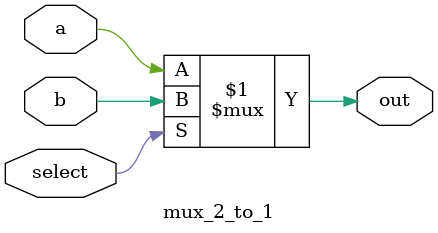
<source format=v>
`timescale 1ns/1ps

/* 

    * Assignment - 6
    * Problem - 3
    * Semester - 5 (Autumn)
    * Group - 56
    * Group members - Utsav Mehta (20CS10069) and Vibhu (20CS10072)

*/

module mux_2_to_1(a, b, select, out);

    input a, b, select;
    output out;

    assign out = (select) ? b : a;

endmodule
</source>
